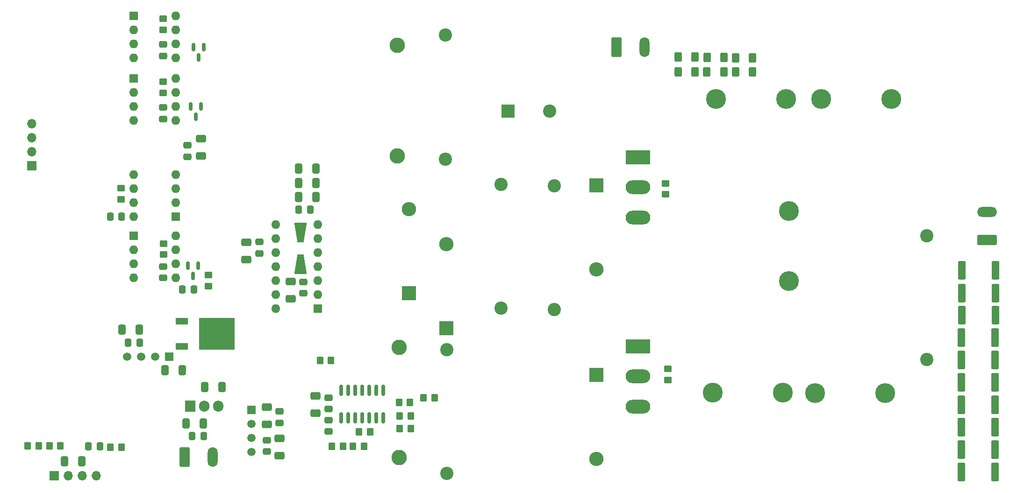
<source format=gbr>
%TF.GenerationSoftware,KiCad,Pcbnew,(6.0.8)*%
%TF.CreationDate,2024-04-13T01:58:17+05:30*%
%TF.ProjectId,Lu_Testing,4c755f54-6573-4746-996e-672e6b696361,rev?*%
%TF.SameCoordinates,Original*%
%TF.FileFunction,Soldermask,Bot*%
%TF.FilePolarity,Negative*%
%FSLAX46Y46*%
G04 Gerber Fmt 4.6, Leading zero omitted, Abs format (unit mm)*
G04 Created by KiCad (PCBNEW (6.0.8)) date 2024-04-13 01:58:17*
%MOMM*%
%LPD*%
G01*
G04 APERTURE LIST*
G04 Aperture macros list*
%AMRoundRect*
0 Rectangle with rounded corners*
0 $1 Rounding radius*
0 $2 $3 $4 $5 $6 $7 $8 $9 X,Y pos of 4 corners*
0 Add a 4 corners polygon primitive as box body*
4,1,4,$2,$3,$4,$5,$6,$7,$8,$9,$2,$3,0*
0 Add four circle primitives for the rounded corners*
1,1,$1+$1,$2,$3*
1,1,$1+$1,$4,$5*
1,1,$1+$1,$6,$7*
1,1,$1+$1,$8,$9*
0 Add four rect primitives between the rounded corners*
20,1,$1+$1,$2,$3,$4,$5,0*
20,1,$1+$1,$4,$5,$6,$7,0*
20,1,$1+$1,$6,$7,$8,$9,0*
20,1,$1+$1,$8,$9,$2,$3,0*%
%AMOutline4P*
0 Free polygon, 4 corners , with rotation*
0 The origin of the aperture is its center*
0 number of corners: always 4*
0 $1 to $8 corner X, Y*
0 $9 Rotation angle, in degrees counterclockwise*
0 create outline with 4 corners*
4,1,4,$1,$2,$3,$4,$5,$6,$7,$8,$1,$2,$9*%
G04 Aperture macros list end*
%ADD10R,4.500000X2.500000*%
%ADD11O,4.500000X2.500000*%
%ADD12C,2.400000*%
%ADD13R,1.700000X1.700000*%
%ADD14O,1.700000X1.700000*%
%ADD15R,2.400000X2.400000*%
%ADD16RoundRect,0.250000X-0.650000X-1.550000X0.650000X-1.550000X0.650000X1.550000X-0.650000X1.550000X0*%
%ADD17O,1.800000X3.600000*%
%ADD18C,3.600000*%
%ADD19R,2.600000X2.600000*%
%ADD20O,2.600000X2.600000*%
%ADD21C,2.800000*%
%ADD22R,1.600000X1.600000*%
%ADD23O,1.600000X1.600000*%
%ADD24R,1.498600X1.498600*%
%ADD25C,1.498600*%
%ADD26R,1.905000X2.000000*%
%ADD27O,1.905000X2.000000*%
%ADD28RoundRect,0.250000X1.550000X-0.650000X1.550000X0.650000X-1.550000X0.650000X-1.550000X-0.650000X0*%
%ADD29O,3.600000X1.800000*%
%ADD30RoundRect,0.250000X-0.350000X-0.450000X0.350000X-0.450000X0.350000X0.450000X-0.350000X0.450000X0*%
%ADD31RoundRect,0.250000X0.475000X-0.337500X0.475000X0.337500X-0.475000X0.337500X-0.475000X-0.337500X0*%
%ADD32RoundRect,0.250000X0.337500X0.475000X-0.337500X0.475000X-0.337500X-0.475000X0.337500X-0.475000X0*%
%ADD33RoundRect,0.250000X-0.337500X-0.475000X0.337500X-0.475000X0.337500X0.475000X-0.337500X0.475000X0*%
%ADD34RoundRect,0.249999X-0.450001X-1.425001X0.450001X-1.425001X0.450001X1.425001X-0.450001X1.425001X0*%
%ADD35RoundRect,0.250000X0.450000X-0.350000X0.450000X0.350000X-0.450000X0.350000X-0.450000X-0.350000X0*%
%ADD36RoundRect,0.250000X-0.400000X-0.625000X0.400000X-0.625000X0.400000X0.625000X-0.400000X0.625000X0*%
%ADD37RoundRect,0.250000X-0.475000X0.337500X-0.475000X-0.337500X0.475000X-0.337500X0.475000X0.337500X0*%
%ADD38RoundRect,0.150000X-0.150000X0.587500X-0.150000X-0.587500X0.150000X-0.587500X0.150000X0.587500X0*%
%ADD39RoundRect,0.250000X-0.650000X0.412500X-0.650000X-0.412500X0.650000X-0.412500X0.650000X0.412500X0*%
%ADD40RoundRect,0.250000X0.650000X-0.412500X0.650000X0.412500X-0.650000X0.412500X-0.650000X-0.412500X0*%
%ADD41RoundRect,0.250000X-0.450000X0.350000X-0.450000X-0.350000X0.450000X-0.350000X0.450000X0.350000X0*%
%ADD42RoundRect,0.250000X0.412500X0.650000X-0.412500X0.650000X-0.412500X-0.650000X0.412500X-0.650000X0*%
%ADD43R,2.200000X1.200000*%
%ADD44R,6.400000X5.800000*%
%ADD45RoundRect,0.250000X0.350000X0.450000X-0.350000X0.450000X-0.350000X-0.450000X0.350000X-0.450000X0*%
%ADD46Outline4P,-1.800000X-1.150000X1.800000X-0.550000X1.800000X0.550000X-1.800000X1.150000X270.000000*%
%ADD47Outline4P,-1.800000X-1.150000X1.800000X-0.550000X1.800000X0.550000X-1.800000X1.150000X90.000000*%
%ADD48RoundRect,0.250000X-0.412500X-0.650000X0.412500X-0.650000X0.412500X0.650000X-0.412500X0.650000X0*%
%ADD49RoundRect,0.150000X0.150000X-0.825000X0.150000X0.825000X-0.150000X0.825000X-0.150000X-0.825000X0*%
G04 APERTURE END LIST*
D10*
%TO.C,Q1*%
X189029000Y-47879000D03*
D11*
X189029000Y-53329000D03*
X189029000Y-58779000D03*
%TD*%
D12*
%TO.C,C23*%
X154432000Y-82730000D03*
X154432000Y-105230000D03*
%TD*%
D13*
%TO.C,J6*%
X83322000Y-105664000D03*
D14*
X85862000Y-105664000D03*
X88402000Y-105664000D03*
X90942000Y-105664000D03*
%TD*%
D15*
%TO.C,C17*%
X165524246Y-39497000D03*
D12*
X173024246Y-39497000D03*
%TD*%
D16*
%TO.C,J2*%
X106951500Y-102215500D03*
D17*
X112031500Y-102215500D03*
%TD*%
D18*
%TO.C,L3*%
X222255000Y-37338000D03*
X234955000Y-37338000D03*
%TD*%
D19*
%TO.C,D5*%
X147574000Y-72517000D03*
D20*
X147574000Y-57277000D03*
%TD*%
D21*
%TO.C,R11*%
X145796000Y-102329000D03*
X145796000Y-82329000D03*
%TD*%
D22*
%TO.C,U4*%
X131064000Y-75311000D03*
D23*
X131064000Y-72771000D03*
X131064000Y-70231000D03*
X131064000Y-67691000D03*
X131064000Y-65151000D03*
X131064000Y-62611000D03*
X131064000Y-60071000D03*
X123444000Y-60071000D03*
X123444000Y-62611000D03*
X123444000Y-65151000D03*
X123444000Y-67691000D03*
X123444000Y-70231000D03*
X123444000Y-72771000D03*
X123444000Y-75311000D03*
%TD*%
D22*
%TO.C,U8*%
X97673000Y-33538000D03*
D23*
X97673000Y-36078000D03*
X97673000Y-38618000D03*
X97673000Y-41158000D03*
X105293000Y-41158000D03*
X105293000Y-38618000D03*
X105293000Y-36078000D03*
X105293000Y-33538000D03*
%TD*%
D24*
%TO.C,U15*%
X104140000Y-83997800D03*
D25*
X101600000Y-83997800D03*
X99060000Y-83997800D03*
X96520000Y-83997800D03*
%TD*%
D12*
%TO.C,C24*%
X241409500Y-84582000D03*
X241409500Y-62082000D03*
%TD*%
D22*
%TO.C,U7*%
X97673000Y-22235000D03*
D23*
X97673000Y-24775000D03*
X97673000Y-27315000D03*
X97673000Y-29855000D03*
X105293000Y-29855000D03*
X105293000Y-27315000D03*
X105293000Y-24775000D03*
X105293000Y-22235000D03*
%TD*%
D19*
%TO.C,D7*%
X181483000Y-87376000D03*
D20*
X181483000Y-102616000D03*
%TD*%
D24*
%TO.C,U3*%
X119049800Y-93726000D03*
D25*
X119049800Y-96266000D03*
X119049800Y-98806000D03*
X119049800Y-101346000D03*
%TD*%
D13*
%TO.C,J5*%
X79248000Y-49403000D03*
D14*
X79248000Y-46863000D03*
X79248000Y-44323000D03*
X79248000Y-41783000D03*
%TD*%
D18*
%TO.C,L1*%
X215900000Y-37338000D03*
X203200000Y-37338000D03*
%TD*%
%TO.C,L2*%
X216408000Y-70353000D03*
X216408000Y-57653000D03*
%TD*%
D12*
%TO.C,C20*%
X154178000Y-25707000D03*
X154178000Y-48207000D03*
%TD*%
D22*
%TO.C,U10*%
X105283000Y-58674000D03*
D23*
X105283000Y-56134000D03*
X105283000Y-53594000D03*
X105283000Y-51054000D03*
X97663000Y-51054000D03*
X97663000Y-53594000D03*
X97663000Y-56134000D03*
X97663000Y-58674000D03*
%TD*%
D12*
%TO.C,C4*%
X173863000Y-75512000D03*
X173863000Y-53012000D03*
%TD*%
%TO.C,C11*%
X164211000Y-75258000D03*
X164211000Y-52758000D03*
%TD*%
D26*
%TO.C,U2*%
X107950000Y-93020000D03*
D27*
X110490000Y-93020000D03*
X113030000Y-93020000D03*
%TD*%
D22*
%TO.C,U6*%
X97673000Y-62113000D03*
D23*
X97673000Y-64653000D03*
X97673000Y-67193000D03*
X97673000Y-69733000D03*
X105293000Y-69733000D03*
X105293000Y-67193000D03*
X105293000Y-64653000D03*
X105293000Y-62113000D03*
%TD*%
D10*
%TO.C,Q2*%
X189029000Y-82180000D03*
D11*
X189029000Y-87630000D03*
X189029000Y-93080000D03*
%TD*%
D18*
%TO.C,L4*%
X221107000Y-90678000D03*
X233807000Y-90678000D03*
%TD*%
D19*
%TO.C,D3*%
X181483000Y-52959000D03*
D20*
X181483000Y-68199000D03*
%TD*%
D28*
%TO.C,J3*%
X252312000Y-62900500D03*
D29*
X252312000Y-57820500D03*
%TD*%
D19*
%TO.C,D6*%
X154305000Y-78867000D03*
D20*
X154305000Y-63627000D03*
%TD*%
D21*
%TO.C,R9*%
X145415000Y-47592000D03*
X145415000Y-27592000D03*
%TD*%
D18*
%TO.C,L5*%
X215260000Y-90563000D03*
X202560000Y-90563000D03*
%TD*%
D16*
%TO.C,J1*%
X185183500Y-27920500D03*
D17*
X190263500Y-27920500D03*
%TD*%
D30*
%TO.C,R49*%
X93488000Y-100457000D03*
X95488000Y-100457000D03*
%TD*%
D31*
%TO.C,C1*%
X120509000Y-65299500D03*
X120509000Y-63224500D03*
%TD*%
D32*
%TO.C,C16*%
X129688500Y-57404000D03*
X127613500Y-57404000D03*
%TD*%
D33*
%TO.C,C32*%
X106531500Y-71882000D03*
X108606500Y-71882000D03*
%TD*%
D34*
%TO.C,R27*%
X247630500Y-100891000D03*
X253730500Y-100891000D03*
%TD*%
%TO.C,R19*%
X247757500Y-76507000D03*
X253857500Y-76507000D03*
%TD*%
D30*
%TO.C,R30*%
X137430000Y-100330000D03*
X139430000Y-100330000D03*
%TD*%
D35*
%TO.C,R42*%
X95377000Y-55483000D03*
X95377000Y-53483000D03*
%TD*%
D36*
%TO.C,R8*%
X206730000Y-29833000D03*
X209830000Y-29833000D03*
%TD*%
D37*
%TO.C,C41*%
X102997000Y-27410500D03*
X102997000Y-29485500D03*
%TD*%
D30*
%TO.C,R28*%
X138538028Y-97705236D03*
X140538028Y-97705236D03*
%TD*%
D34*
%TO.C,R26*%
X247630500Y-84635000D03*
X253730500Y-84635000D03*
%TD*%
%TO.C,R25*%
X247679500Y-80584000D03*
X253779500Y-80584000D03*
%TD*%
D38*
%TO.C,Q4*%
X108524000Y-27891500D03*
X110424000Y-27891500D03*
X109474000Y-29766500D03*
%TD*%
D39*
%TO.C,C25*%
X121793000Y-93179500D03*
X121793000Y-96304500D03*
%TD*%
D40*
%TO.C,C18*%
X124079000Y-102019500D03*
X124079000Y-98894500D03*
%TD*%
D41*
%TO.C,R5*%
X194056000Y-52594000D03*
X194056000Y-54594000D03*
%TD*%
D42*
%TO.C,C57*%
X106464500Y-86487000D03*
X103339500Y-86487000D03*
%TD*%
D31*
%TO.C,C21*%
X121793000Y-101240500D03*
X121793000Y-99165500D03*
%TD*%
D43*
%TO.C,U1*%
X106452000Y-82162000D03*
D44*
X112752000Y-79882000D03*
D43*
X106452000Y-77602000D03*
%TD*%
D37*
%TO.C,C33*%
X102997000Y-67669500D03*
X102997000Y-69744500D03*
%TD*%
D30*
%TO.C,R32*%
X133620000Y-100330000D03*
X135620000Y-100330000D03*
%TD*%
D34*
%TO.C,R22*%
X247765500Y-72482000D03*
X253865500Y-72482000D03*
%TD*%
%TO.C,R20*%
X247630500Y-92763000D03*
X253730500Y-92763000D03*
%TD*%
D31*
%TO.C,C15*%
X128397000Y-72538500D03*
X128397000Y-70463500D03*
%TD*%
D39*
%TO.C,C31*%
X130632028Y-91147500D03*
X130632028Y-94272500D03*
%TD*%
D38*
%TO.C,Q5*%
X108016000Y-38686500D03*
X109916000Y-38686500D03*
X108966000Y-40561500D03*
%TD*%
D45*
%TO.C,R45*%
X80502000Y-100203000D03*
X78502000Y-100203000D03*
%TD*%
D37*
%TO.C,C36*%
X102997000Y-38840500D03*
X102997000Y-40915500D03*
%TD*%
D34*
%TO.C,R24*%
X247630500Y-104955000D03*
X253730500Y-104955000D03*
%TD*%
%TO.C,R21*%
X247630500Y-88699000D03*
X253730500Y-88699000D03*
%TD*%
D37*
%TO.C,C45*%
X107442000Y-45698500D03*
X107442000Y-47773500D03*
%TD*%
D30*
%TO.C,R12*%
X145888028Y-97070236D03*
X147888028Y-97070236D03*
%TD*%
D38*
%TO.C,Q3*%
X107508000Y-67515500D03*
X109408000Y-67515500D03*
X108458000Y-69390500D03*
%TD*%
D34*
%TO.C,R18*%
X247757500Y-68379000D03*
X253857500Y-68379000D03*
%TD*%
D36*
%TO.C,R2*%
X201567000Y-29777000D03*
X204667000Y-29777000D03*
%TD*%
D46*
%TO.C,D2*%
X127889000Y-61489000D03*
D47*
X127889000Y-67289000D03*
%TD*%
D48*
%TO.C,C55*%
X95551452Y-79107000D03*
X98676452Y-79107000D03*
%TD*%
D45*
%TO.C,R29*%
X147888028Y-94784236D03*
X145888028Y-94784236D03*
%TD*%
D37*
%TO.C,C30*%
X133045028Y-91460736D03*
X133045028Y-93535736D03*
%TD*%
D36*
%TO.C,R7*%
X201523000Y-32385000D03*
X204623000Y-32385000D03*
%TD*%
D40*
%TO.C,C9*%
X126111000Y-73571500D03*
X126111000Y-70446500D03*
%TD*%
D37*
%TO.C,C22*%
X124079000Y-93958500D03*
X124079000Y-96033500D03*
%TD*%
D41*
%TO.C,R40*%
X102997000Y-34179000D03*
X102997000Y-36179000D03*
%TD*%
D42*
%TO.C,C8*%
X110274500Y-96139000D03*
X107149500Y-96139000D03*
%TD*%
D39*
%TO.C,C46*%
X109855000Y-44538500D03*
X109855000Y-47663500D03*
%TD*%
D33*
%TO.C,C54*%
X96711452Y-81520000D03*
X98786452Y-81520000D03*
%TD*%
D48*
%TO.C,C5*%
X110578500Y-89535000D03*
X113703500Y-89535000D03*
%TD*%
D33*
%TO.C,C50*%
X89513500Y-100330000D03*
X91588500Y-100330000D03*
%TD*%
D49*
%TO.C,U5*%
X142951028Y-95100236D03*
X141681028Y-95100236D03*
X140411028Y-95100236D03*
X139141028Y-95100236D03*
X137871028Y-95100236D03*
X136601028Y-95100236D03*
X135331028Y-95100236D03*
X135331028Y-90150236D03*
X136601028Y-90150236D03*
X137871028Y-90150236D03*
X139141028Y-90150236D03*
X140411028Y-90150236D03*
X141681028Y-90150236D03*
X142951028Y-90150236D03*
%TD*%
D42*
%TO.C,C3*%
X130721500Y-52578000D03*
X127596500Y-52578000D03*
%TD*%
D33*
%TO.C,C42*%
X93450500Y-58674000D03*
X95525500Y-58674000D03*
%TD*%
D36*
%TO.C,R6*%
X196316000Y-29718000D03*
X199416000Y-29718000D03*
%TD*%
D30*
%TO.C,R47*%
X82439000Y-100203000D03*
X84439000Y-100203000D03*
%TD*%
D41*
%TO.C,R37*%
X102997000Y-22749000D03*
X102997000Y-24749000D03*
%TD*%
D32*
%TO.C,C13*%
X110384500Y-98425000D03*
X108309500Y-98425000D03*
%TD*%
D35*
%TO.C,R34*%
X111252000Y-71231000D03*
X111252000Y-69231000D03*
%TD*%
D40*
%TO.C,C14*%
X118110000Y-66459500D03*
X118110000Y-63334500D03*
%TD*%
D41*
%TO.C,R35*%
X103124000Y-63516000D03*
X103124000Y-65516000D03*
%TD*%
D42*
%TO.C,C10*%
X130721500Y-55118000D03*
X127596500Y-55118000D03*
%TD*%
D48*
%TO.C,C49*%
X85178500Y-102997000D03*
X88303500Y-102997000D03*
%TD*%
D36*
%TO.C,R3*%
X206730000Y-32385000D03*
X209830000Y-32385000D03*
%TD*%
D37*
%TO.C,C26*%
X133045028Y-95524736D03*
X133045028Y-97599736D03*
%TD*%
D41*
%TO.C,R13*%
X194437000Y-86249000D03*
X194437000Y-88249000D03*
%TD*%
D45*
%TO.C,R31*%
X147761028Y-92371236D03*
X145761028Y-92371236D03*
%TD*%
%TO.C,R17*%
X152206028Y-91482236D03*
X150206028Y-91482236D03*
%TD*%
D36*
%TO.C,R1*%
X196316000Y-32385000D03*
X199416000Y-32385000D03*
%TD*%
D45*
%TO.C,R33*%
X133461000Y-84709000D03*
X131461000Y-84709000D03*
%TD*%
D34*
%TO.C,R23*%
X247630500Y-96827000D03*
X253730500Y-96827000D03*
%TD*%
D42*
%TO.C,C7*%
X130721500Y-49911000D03*
X127596500Y-49911000D03*
%TD*%
M02*

</source>
